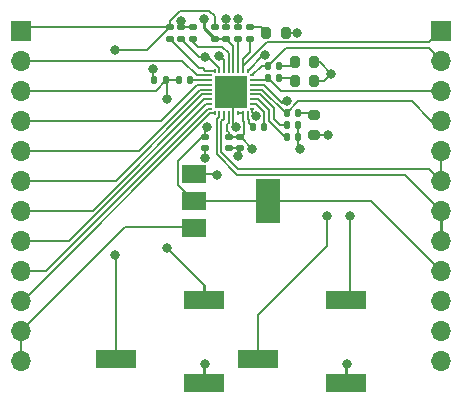
<source format=gtl>
%TF.GenerationSoftware,KiCad,Pcbnew,(6.0.0-0)*%
%TF.CreationDate,2022-11-28T12:23:11+01:00*%
%TF.ProjectId,wm8904_codec_breakout,776d3839-3034-45f6-936f-6465635f6272,rev?*%
%TF.SameCoordinates,Original*%
%TF.FileFunction,Copper,L1,Top*%
%TF.FilePolarity,Positive*%
%FSLAX46Y46*%
G04 Gerber Fmt 4.6, Leading zero omitted, Abs format (unit mm)*
G04 Created by KiCad (PCBNEW (6.0.0-0)) date 2022-11-28 12:23:11*
%MOMM*%
%LPD*%
G01*
G04 APERTURE LIST*
G04 Aperture macros list*
%AMRoundRect*
0 Rectangle with rounded corners*
0 $1 Rounding radius*
0 $2 $3 $4 $5 $6 $7 $8 $9 X,Y pos of 4 corners*
0 Add a 4 corners polygon primitive as box body*
4,1,4,$2,$3,$4,$5,$6,$7,$8,$9,$2,$3,0*
0 Add four circle primitives for the rounded corners*
1,1,$1+$1,$2,$3*
1,1,$1+$1,$4,$5*
1,1,$1+$1,$6,$7*
1,1,$1+$1,$8,$9*
0 Add four rect primitives between the rounded corners*
20,1,$1+$1,$2,$3,$4,$5,0*
20,1,$1+$1,$4,$5,$6,$7,0*
20,1,$1+$1,$6,$7,$8,$9,0*
20,1,$1+$1,$8,$9,$2,$3,0*%
G04 Aperture macros list end*
%TA.AperFunction,SMDPad,CuDef*%
%ADD10RoundRect,0.135000X-0.185000X0.135000X-0.185000X-0.135000X0.185000X-0.135000X0.185000X0.135000X0*%
%TD*%
%TA.AperFunction,SMDPad,CuDef*%
%ADD11RoundRect,0.140000X-0.140000X-0.170000X0.140000X-0.170000X0.140000X0.170000X-0.140000X0.170000X0*%
%TD*%
%TA.AperFunction,ComponentPad*%
%ADD12R,1.700000X1.700000*%
%TD*%
%TA.AperFunction,ComponentPad*%
%ADD13O,1.700000X1.700000*%
%TD*%
%TA.AperFunction,SMDPad,CuDef*%
%ADD14RoundRect,0.140000X0.170000X-0.140000X0.170000X0.140000X-0.170000X0.140000X-0.170000X-0.140000X0*%
%TD*%
%TA.AperFunction,SMDPad,CuDef*%
%ADD15RoundRect,0.135000X0.135000X0.185000X-0.135000X0.185000X-0.135000X-0.185000X0.135000X-0.185000X0*%
%TD*%
%TA.AperFunction,SMDPad,CuDef*%
%ADD16RoundRect,0.140000X0.140000X0.170000X-0.140000X0.170000X-0.140000X-0.170000X0.140000X-0.170000X0*%
%TD*%
%TA.AperFunction,SMDPad,CuDef*%
%ADD17R,3.500000X1.500000*%
%TD*%
%TA.AperFunction,SMDPad,CuDef*%
%ADD18RoundRect,0.140000X-0.170000X0.140000X-0.170000X-0.140000X0.170000X-0.140000X0.170000X0.140000X0*%
%TD*%
%TA.AperFunction,SMDPad,CuDef*%
%ADD19RoundRect,0.200000X-0.200000X-0.275000X0.200000X-0.275000X0.200000X0.275000X-0.200000X0.275000X0*%
%TD*%
%TA.AperFunction,SMDPad,CuDef*%
%ADD20O,0.200000X0.400000*%
%TD*%
%TA.AperFunction,SMDPad,CuDef*%
%ADD21O,0.400000X0.200000*%
%TD*%
%TA.AperFunction,SMDPad,CuDef*%
%ADD22R,2.700000X2.700000*%
%TD*%
%TA.AperFunction,SMDPad,CuDef*%
%ADD23R,2.000000X1.500000*%
%TD*%
%TA.AperFunction,SMDPad,CuDef*%
%ADD24R,2.000000X3.800000*%
%TD*%
%TA.AperFunction,SMDPad,CuDef*%
%ADD25RoundRect,0.200000X-0.275000X0.200000X-0.275000X-0.200000X0.275000X-0.200000X0.275000X0.200000X0*%
%TD*%
%TA.AperFunction,ViaPad*%
%ADD26C,0.800000*%
%TD*%
%TA.AperFunction,Conductor*%
%ADD27C,0.200000*%
%TD*%
%TA.AperFunction,Conductor*%
%ADD28C,0.250000*%
%TD*%
G04 APERTURE END LIST*
D10*
X148600000Y-67690000D03*
X148600000Y-68710000D03*
D11*
X153120000Y-72000000D03*
X154080000Y-72000000D03*
D12*
X132220000Y-67996000D03*
D13*
X132220000Y-70536000D03*
X132220000Y-73076000D03*
X132220000Y-75616000D03*
X132220000Y-78156000D03*
X132220000Y-80696000D03*
X132220000Y-83236000D03*
X132220000Y-85776000D03*
X132220000Y-88316000D03*
X132220000Y-90856000D03*
X132220000Y-93396000D03*
X132220000Y-95936000D03*
D14*
X147800000Y-77980000D03*
X147800000Y-77020000D03*
D15*
X144510000Y-72200000D03*
X143490000Y-72200000D03*
D11*
X151870000Y-76200000D03*
X152830000Y-76200000D03*
D16*
X155680000Y-77000000D03*
X154720000Y-77000000D03*
D17*
X152250000Y-95800000D03*
X159750000Y-97800000D03*
X159750000Y-90800000D03*
D18*
X149600000Y-67720000D03*
X149600000Y-68680000D03*
X150800000Y-77020000D03*
X150800000Y-77980000D03*
D19*
X155374792Y-72298290D03*
X157024792Y-72298290D03*
D18*
X146800000Y-67720000D03*
X146800000Y-68680000D03*
D14*
X149800000Y-77980000D03*
X149800000Y-77020000D03*
D12*
X167780000Y-67996000D03*
D13*
X167780000Y-70536000D03*
X167780000Y-73076000D03*
X167780000Y-75616000D03*
X167780000Y-78156000D03*
X167780000Y-80696000D03*
X167780000Y-83236000D03*
X167780000Y-85776000D03*
X167780000Y-88316000D03*
X167780000Y-90856000D03*
X167780000Y-93396000D03*
X167780000Y-95936000D03*
D20*
X148600000Y-75000000D03*
X149000000Y-75000000D03*
X149400000Y-75000000D03*
X149800000Y-75000000D03*
X150200000Y-75000000D03*
X150600000Y-75000000D03*
X151000000Y-75000000D03*
X151400000Y-75000000D03*
D21*
X151800000Y-74600000D03*
X151800000Y-74200000D03*
X151800000Y-73800000D03*
X151800000Y-73400000D03*
X151800000Y-73000000D03*
X151800000Y-72600000D03*
X151800000Y-72200000D03*
X151800000Y-71800000D03*
D20*
X151400000Y-71400000D03*
X151000000Y-71400000D03*
X150600000Y-71400000D03*
X150200000Y-71400000D03*
X149800000Y-71400000D03*
X149400000Y-71400000D03*
X149000000Y-71400000D03*
X148600000Y-71400000D03*
D21*
X148200000Y-71800000D03*
X148200000Y-72200000D03*
X148200000Y-72600000D03*
X148200000Y-73000000D03*
X148200000Y-73400000D03*
X148200000Y-73800000D03*
X148200000Y-74200000D03*
X148200000Y-74600000D03*
D22*
X150000000Y-73200000D03*
D11*
X154720000Y-75000000D03*
X155680000Y-75000000D03*
D23*
X146850000Y-80100000D03*
X146850000Y-82400000D03*
D24*
X153150000Y-82400000D03*
D23*
X146850000Y-84700000D03*
D18*
X144800000Y-67720000D03*
X144800000Y-68680000D03*
D11*
X145600000Y-72200000D03*
X146560000Y-72200000D03*
D19*
X153000000Y-68200000D03*
X154650000Y-68200000D03*
D18*
X150600000Y-67720000D03*
X150600000Y-68680000D03*
X145800000Y-67720000D03*
X145800000Y-68680000D03*
D25*
X157000000Y-75175000D03*
X157000000Y-76825000D03*
D17*
X140250000Y-95800000D03*
X147750000Y-97800000D03*
X147750000Y-90800000D03*
D19*
X155374792Y-70698290D03*
X157024792Y-70698290D03*
D16*
X155680000Y-76000000D03*
X154720000Y-76000000D03*
D11*
X153120000Y-71000000D03*
X154080000Y-71000000D03*
D14*
X151625000Y-68680000D03*
X151625000Y-67720000D03*
D26*
X150393061Y-76179485D03*
X152886843Y-70096391D03*
X152112138Y-75208057D03*
X154710128Y-74000628D03*
X150600000Y-67000000D03*
X158200000Y-76800000D03*
X147800000Y-78800000D03*
X147800000Y-96200000D03*
X149021201Y-70136395D03*
X149600000Y-67000000D03*
X159800000Y-96200000D03*
X150600000Y-78600000D03*
X145800000Y-67200000D03*
X155800000Y-78000000D03*
X155600000Y-68200000D03*
X158500000Y-71700000D03*
X148800000Y-80200000D03*
X143400000Y-71235500D03*
X147709500Y-67000000D03*
X147800000Y-70200000D03*
X151800000Y-78000000D03*
X148000000Y-76200000D03*
X160100000Y-83700000D03*
X158100000Y-83700000D03*
X144600000Y-73800000D03*
X144600000Y-86400000D03*
X140200000Y-87000000D03*
X140200000Y-69600000D03*
D27*
X151400000Y-75445761D02*
X151499012Y-75544774D01*
X151499012Y-75829012D02*
X151870000Y-76200000D01*
X151400000Y-75000000D02*
X151400000Y-75445761D01*
X151499012Y-75544774D02*
X151499012Y-75829012D01*
X152093326Y-74200000D02*
X152811639Y-74918313D01*
X152811639Y-75497801D02*
X152800489Y-75508951D01*
X152811639Y-74918313D02*
X152811639Y-75497801D01*
X151800000Y-74200000D02*
X152093326Y-74200000D01*
X152800489Y-75508951D02*
X152800489Y-76170489D01*
X152800489Y-76170489D02*
X152830000Y-76200000D01*
X155680000Y-76000000D02*
X155680000Y-77000000D01*
X155680000Y-77880000D02*
X155800000Y-78000000D01*
D28*
X147750000Y-96250000D02*
X147800000Y-96200000D01*
D27*
X149400000Y-71400000D02*
X149400000Y-70399206D01*
X154650000Y-68200000D02*
X155600000Y-68200000D01*
X150800000Y-78400000D02*
X150600000Y-78600000D01*
X149284012Y-70399206D02*
X149021201Y-70136395D01*
X151400000Y-71400000D02*
X152703609Y-70096391D01*
X150200000Y-73400000D02*
X150000000Y-73200000D01*
X147800000Y-77980000D02*
X147800000Y-78800000D01*
D28*
X159750000Y-96250000D02*
X159800000Y-96200000D01*
D27*
X152800000Y-72600000D02*
X154300000Y-74100000D01*
X151800000Y-74600000D02*
X151800000Y-74895919D01*
X152703609Y-70096391D02*
X152886843Y-70096391D01*
X157000000Y-76825000D02*
X158175000Y-76825000D01*
X150600000Y-67720000D02*
X150600000Y-67000000D01*
X157498290Y-70698290D02*
X158500000Y-71700000D01*
X150200000Y-75000000D02*
X150200000Y-73400000D01*
X150800000Y-77980000D02*
X150800000Y-78400000D01*
X157024792Y-70698290D02*
X157498290Y-70698290D01*
X145800000Y-67720000D02*
X145800000Y-67200000D01*
X155680000Y-77000000D02*
X155680000Y-77880000D01*
X150200000Y-75986424D02*
X150393061Y-76179485D01*
X149600000Y-67720000D02*
X149600000Y-67000000D01*
X149400000Y-70399206D02*
X149390775Y-70389981D01*
X149800000Y-77980000D02*
X150800000Y-77980000D01*
X154300000Y-74100000D02*
X154610756Y-74100000D01*
X154610756Y-74100000D02*
X154710128Y-74000628D01*
D28*
X159750000Y-97900000D02*
X159750000Y-96250000D01*
D27*
X151800000Y-72600000D02*
X152800000Y-72600000D01*
X145800000Y-67720000D02*
X146800000Y-67720000D01*
X158175000Y-76825000D02*
X158200000Y-76800000D01*
X148700000Y-80100000D02*
X148800000Y-80200000D01*
X146850000Y-80100000D02*
X148700000Y-80100000D01*
X149400000Y-70399206D02*
X149284012Y-70399206D01*
X157024792Y-72298290D02*
X157901710Y-72298290D01*
D28*
X147750000Y-97900000D02*
X147750000Y-96250000D01*
D27*
X151800000Y-74895919D02*
X152112138Y-75208057D01*
X157901710Y-72298290D02*
X158500000Y-71700000D01*
X150200000Y-75000000D02*
X150200000Y-75986424D01*
X154561575Y-77000000D02*
X154720000Y-77000000D01*
X151800000Y-73800000D02*
X152258319Y-73800000D01*
X152258319Y-73800000D02*
X153211150Y-74752831D01*
X153211150Y-74752831D02*
X153211150Y-75649575D01*
X153211150Y-75649575D02*
X154561575Y-77000000D01*
X153610661Y-74587350D02*
X153610661Y-75484092D01*
X153610661Y-75484092D02*
X154126569Y-76000000D01*
X154126569Y-76000000D02*
X154720000Y-76000000D01*
X152423311Y-73400000D02*
X153610661Y-74587350D01*
X151800000Y-73400000D02*
X152423311Y-73400000D01*
X143400000Y-72110000D02*
X143400000Y-71235500D01*
D28*
X148600000Y-68710000D02*
X147709500Y-67819500D01*
X147709500Y-67819500D02*
X147709500Y-67000000D01*
D27*
X149600000Y-68680000D02*
X150200000Y-69280000D01*
X149570000Y-68710000D02*
X149600000Y-68680000D01*
X143490000Y-72200000D02*
X143400000Y-72110000D01*
X150200000Y-69280000D02*
X150200000Y-71400000D01*
X148600000Y-68710000D02*
X149570000Y-68710000D01*
X149800000Y-69925949D02*
X149274051Y-69400000D01*
X149800000Y-71400000D02*
X149800000Y-69925949D01*
X146800000Y-69000000D02*
X146800000Y-68680000D01*
X147200000Y-69400000D02*
X146800000Y-69000000D01*
X149274051Y-69400000D02*
X147200000Y-69400000D01*
X147320000Y-71200000D02*
X144800000Y-68680000D01*
X148600000Y-71400000D02*
X147800000Y-71400000D01*
X147600000Y-71200000D02*
X147320000Y-71200000D01*
X147800000Y-71400000D02*
X147600000Y-71200000D01*
X155680000Y-75000000D02*
X156825000Y-75000000D01*
X156825000Y-75000000D02*
X157000000Y-75175000D01*
X150600000Y-71400000D02*
X150600000Y-68680000D01*
X149799511Y-77019511D02*
X149800000Y-77020000D01*
X151099501Y-75710256D02*
X151000000Y-75610755D01*
X151000000Y-75000000D02*
X150600000Y-75000000D01*
X147800000Y-70200000D02*
X148065006Y-70200000D01*
X146850000Y-82400000D02*
X153150000Y-82400000D01*
X149693560Y-75889741D02*
X149693560Y-76469229D01*
X145550489Y-79050489D02*
X145550489Y-81100489D01*
X147320000Y-70200000D02*
X147800000Y-70200000D01*
X147800000Y-76400000D02*
X148000000Y-76200000D01*
X149800000Y-75000000D02*
X149800000Y-75783301D01*
X151000000Y-75610755D02*
X151000000Y-75000000D01*
X150800000Y-77020000D02*
X150820000Y-77020000D01*
X153150000Y-82400000D02*
X161864000Y-82400000D01*
X161864000Y-82400000D02*
X167780000Y-88316000D01*
X145550489Y-81100489D02*
X146850000Y-82400000D01*
X149693560Y-76469229D02*
X149799511Y-76575180D01*
X149800000Y-75783301D02*
X149693560Y-75889741D01*
X148065006Y-70200000D02*
X149000000Y-71134994D01*
X149800000Y-77020000D02*
X150800000Y-77020000D01*
X151099501Y-76720499D02*
X151099501Y-75710256D01*
X149799511Y-76575180D02*
X149799511Y-77019511D01*
X147800000Y-77020000D02*
X147800000Y-76400000D01*
X145800000Y-68680000D02*
X147320000Y-70200000D01*
X147580978Y-77020000D02*
X145550489Y-79050489D01*
X150800000Y-77020000D02*
X151099501Y-76720499D01*
X150820000Y-77020000D02*
X151800000Y-78000000D01*
X149000000Y-71134994D02*
X149000000Y-71400000D01*
X147800000Y-77020000D02*
X147580978Y-77020000D01*
X151800000Y-73000000D02*
X152623431Y-73000000D01*
X154720000Y-75000000D02*
X154720000Y-74980000D01*
X154720000Y-74980000D02*
X155700000Y-74000000D01*
X155700000Y-74000000D02*
X165300000Y-74000000D01*
X152623431Y-73000000D02*
X154623431Y-75000000D01*
X160100000Y-90450000D02*
X159750000Y-90800000D01*
X165300000Y-74000000D02*
X166916000Y-75616000D01*
X160100000Y-83700000D02*
X160100000Y-90450000D01*
X166916000Y-75616000D02*
X167780000Y-75616000D01*
X154623431Y-75000000D02*
X154720000Y-75000000D01*
X151800000Y-72200000D02*
X152920000Y-72200000D01*
X152250000Y-92050000D02*
X152250000Y-95800000D01*
X152920000Y-72200000D02*
X153120000Y-72000000D01*
X153120000Y-72000000D02*
X154196000Y-73076000D01*
X158100000Y-83700000D02*
X158100000Y-86200000D01*
X154196000Y-73076000D02*
X167780000Y-73076000D01*
X158100000Y-86200000D02*
X152250000Y-92050000D01*
D28*
X147750000Y-89550000D02*
X147750000Y-90800000D01*
D27*
X143634000Y-73076000D02*
X144510000Y-72200000D01*
X132220000Y-73076000D02*
X143634000Y-73076000D01*
X144600000Y-73800000D02*
X144600000Y-72290000D01*
X147700000Y-89500000D02*
X144600000Y-86400000D01*
X144600000Y-72290000D02*
X144510000Y-72200000D01*
D28*
X147700000Y-89500000D02*
X147750000Y-89550000D01*
D27*
X144510000Y-72200000D02*
X145600000Y-72200000D01*
X153120000Y-71000000D02*
X154620000Y-69500000D01*
X154620000Y-69500000D02*
X166744000Y-69500000D01*
X152600000Y-71000000D02*
X151800000Y-71800000D01*
X153120000Y-71000000D02*
X152600000Y-71000000D01*
X166744000Y-69500000D02*
X167780000Y-70536000D01*
X132220000Y-67996000D02*
X132516000Y-67700000D01*
X140200000Y-69600000D02*
X142920000Y-69600000D01*
X144800000Y-67210755D02*
X145710256Y-66300499D01*
X132516000Y-67700000D02*
X144780000Y-67700000D01*
X140250000Y-95900000D02*
X140250000Y-87050000D01*
X144780000Y-67700000D02*
X144800000Y-67720000D01*
X140250000Y-87050000D02*
X140200000Y-87000000D01*
X145710256Y-66300499D02*
X148100499Y-66300499D01*
X142920000Y-69600000D02*
X144800000Y-67720000D01*
X148100499Y-66300499D02*
X148600000Y-66800000D01*
X144800000Y-67720000D02*
X144800000Y-67210755D01*
X148600000Y-66800000D02*
X148600000Y-67690000D01*
X151000000Y-70400000D02*
X151000000Y-71400000D01*
X151000000Y-71400000D02*
X151000000Y-70993989D01*
X151000000Y-70993989D02*
X153019469Y-68974520D01*
X151625000Y-69775000D02*
X151000000Y-70400000D01*
X151625000Y-68680000D02*
X151625000Y-69775000D01*
X153019469Y-68974520D02*
X166801480Y-68974520D01*
X166801480Y-68974520D02*
X167780000Y-67996000D01*
X145827575Y-70536000D02*
X132220000Y-70536000D01*
X147091575Y-71800000D02*
X145827575Y-70536000D01*
X148200000Y-71800000D02*
X147091575Y-71800000D01*
X147091575Y-72600000D02*
X144075575Y-75616000D01*
X144075575Y-75616000D02*
X132220000Y-75616000D01*
X148200000Y-72600000D02*
X147091575Y-72600000D01*
X147385787Y-73000000D02*
X148200000Y-73000000D01*
X132220000Y-78156000D02*
X142229787Y-78156000D01*
X142229787Y-78156000D02*
X147385787Y-73000000D01*
X140254785Y-80696000D02*
X132220000Y-80696000D01*
X148200000Y-73400000D02*
X147550785Y-73400000D01*
X147550785Y-73400000D02*
X140254785Y-80696000D01*
X148200000Y-73800000D02*
X147715778Y-73800000D01*
X147715778Y-73800000D02*
X138279778Y-83236000D01*
X138279778Y-83236000D02*
X132220000Y-83236000D01*
X148200000Y-74200000D02*
X147880771Y-74200000D01*
X147880771Y-74200000D02*
X136304771Y-85776000D01*
X136304771Y-85776000D02*
X132220000Y-85776000D01*
X154080000Y-72000000D02*
X155076502Y-72000000D01*
X155076502Y-72000000D02*
X155374792Y-72298290D01*
X148045761Y-74600000D02*
X134329761Y-88316000D01*
X148200000Y-74600000D02*
X148045761Y-74600000D01*
X134329761Y-88316000D02*
X132220000Y-88316000D01*
X146560000Y-72200000D02*
X148200000Y-72200000D01*
X155073082Y-71000000D02*
X155374792Y-70698290D01*
X154080000Y-71000000D02*
X155073082Y-71000000D01*
X148210755Y-75000000D02*
X132354755Y-90856000D01*
X132354755Y-90856000D02*
X132220000Y-90856000D01*
X148600000Y-75000000D02*
X148210755Y-75000000D01*
X152520000Y-67720000D02*
X153000000Y-68200000D01*
X151625000Y-67720000D02*
X152520000Y-67720000D01*
X141016000Y-84600000D02*
X146750000Y-84600000D01*
X132220000Y-95936000D02*
X132220000Y-93396000D01*
X132220000Y-93396000D02*
X141016000Y-84600000D01*
X146750000Y-84600000D02*
X146850000Y-84700000D01*
X149190480Y-75655281D02*
X149190480Y-78302055D01*
X149400000Y-75445761D02*
X149190480Y-75655281D01*
X149400000Y-75000000D02*
X149400000Y-75445761D01*
X150588425Y-79700000D02*
X166784000Y-79700000D01*
X166784000Y-79700000D02*
X167780000Y-80696000D01*
X167780000Y-80696000D02*
X167780000Y-78156000D01*
X149190480Y-78302055D02*
X150588425Y-79700000D01*
X148790970Y-78467539D02*
X150523920Y-80200489D01*
X149000000Y-75000000D02*
X149000000Y-75280768D01*
X150523920Y-80200489D02*
X164744489Y-80200489D01*
X148790970Y-75489798D02*
X148790970Y-78467539D01*
D28*
X167780000Y-83236000D02*
X167780000Y-85776000D01*
D27*
X149000000Y-75280768D02*
X148790970Y-75489798D01*
X164744489Y-80200489D02*
X167780000Y-83236000D01*
M02*

</source>
